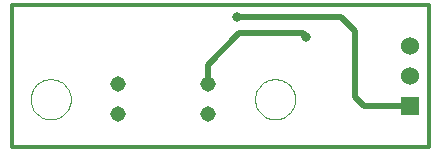
<source format=gbl>
G75*
%MOIN*%
%OFA0B0*%
%FSLAX24Y24*%
%IPPOS*%
%LPD*%
%AMOC8*
5,1,8,0,0,1.08239X$1,22.5*
%
%ADD10C,0.0118*%
%ADD11R,0.0600X0.0600*%
%ADD12C,0.0600*%
%ADD13C,0.0000*%
%ADD14C,0.0515*%
%ADD15C,0.0317*%
%ADD16C,0.0197*%
D10*
X000159Y000159D02*
X014057Y000159D01*
X014057Y004883D01*
X000159Y004883D01*
X000159Y000159D01*
X013391Y001498D02*
X013415Y001521D01*
D11*
X013415Y001521D03*
D12*
X013415Y002521D03*
X013415Y003521D03*
D13*
X008250Y001734D02*
X008252Y001785D01*
X008258Y001836D01*
X008268Y001886D01*
X008281Y001936D01*
X008299Y001984D01*
X008319Y002031D01*
X008344Y002076D01*
X008372Y002119D01*
X008403Y002160D01*
X008437Y002198D01*
X008474Y002233D01*
X008513Y002266D01*
X008555Y002296D01*
X008599Y002322D01*
X008645Y002344D01*
X008693Y002364D01*
X008742Y002379D01*
X008792Y002391D01*
X008842Y002399D01*
X008893Y002403D01*
X008945Y002403D01*
X008996Y002399D01*
X009046Y002391D01*
X009096Y002379D01*
X009145Y002364D01*
X009193Y002344D01*
X009239Y002322D01*
X009283Y002296D01*
X009325Y002266D01*
X009364Y002233D01*
X009401Y002198D01*
X009435Y002160D01*
X009466Y002119D01*
X009494Y002076D01*
X009519Y002031D01*
X009539Y001984D01*
X009557Y001936D01*
X009570Y001886D01*
X009580Y001836D01*
X009586Y001785D01*
X009588Y001734D01*
X009586Y001683D01*
X009580Y001632D01*
X009570Y001582D01*
X009557Y001532D01*
X009539Y001484D01*
X009519Y001437D01*
X009494Y001392D01*
X009466Y001349D01*
X009435Y001308D01*
X009401Y001270D01*
X009364Y001235D01*
X009325Y001202D01*
X009283Y001172D01*
X009239Y001146D01*
X009193Y001124D01*
X009145Y001104D01*
X009096Y001089D01*
X009046Y001077D01*
X008996Y001069D01*
X008945Y001065D01*
X008893Y001065D01*
X008842Y001069D01*
X008792Y001077D01*
X008742Y001089D01*
X008693Y001104D01*
X008645Y001124D01*
X008599Y001146D01*
X008555Y001172D01*
X008513Y001202D01*
X008474Y001235D01*
X008437Y001270D01*
X008403Y001308D01*
X008372Y001349D01*
X008344Y001392D01*
X008319Y001437D01*
X008299Y001484D01*
X008281Y001532D01*
X008268Y001582D01*
X008258Y001632D01*
X008252Y001683D01*
X008250Y001734D01*
X000770Y001734D02*
X000772Y001785D01*
X000778Y001836D01*
X000788Y001886D01*
X000801Y001936D01*
X000819Y001984D01*
X000839Y002031D01*
X000864Y002076D01*
X000892Y002119D01*
X000923Y002160D01*
X000957Y002198D01*
X000994Y002233D01*
X001033Y002266D01*
X001075Y002296D01*
X001119Y002322D01*
X001165Y002344D01*
X001213Y002364D01*
X001262Y002379D01*
X001312Y002391D01*
X001362Y002399D01*
X001413Y002403D01*
X001465Y002403D01*
X001516Y002399D01*
X001566Y002391D01*
X001616Y002379D01*
X001665Y002364D01*
X001713Y002344D01*
X001759Y002322D01*
X001803Y002296D01*
X001845Y002266D01*
X001884Y002233D01*
X001921Y002198D01*
X001955Y002160D01*
X001986Y002119D01*
X002014Y002076D01*
X002039Y002031D01*
X002059Y001984D01*
X002077Y001936D01*
X002090Y001886D01*
X002100Y001836D01*
X002106Y001785D01*
X002108Y001734D01*
X002106Y001683D01*
X002100Y001632D01*
X002090Y001582D01*
X002077Y001532D01*
X002059Y001484D01*
X002039Y001437D01*
X002014Y001392D01*
X001986Y001349D01*
X001955Y001308D01*
X001921Y001270D01*
X001884Y001235D01*
X001845Y001202D01*
X001803Y001172D01*
X001759Y001146D01*
X001713Y001124D01*
X001665Y001104D01*
X001616Y001089D01*
X001566Y001077D01*
X001516Y001069D01*
X001465Y001065D01*
X001413Y001065D01*
X001362Y001069D01*
X001312Y001077D01*
X001262Y001089D01*
X001213Y001104D01*
X001165Y001124D01*
X001119Y001146D01*
X001075Y001172D01*
X001033Y001202D01*
X000994Y001235D01*
X000957Y001270D01*
X000923Y001308D01*
X000892Y001349D01*
X000864Y001392D01*
X000839Y001437D01*
X000819Y001484D01*
X000801Y001532D01*
X000788Y001582D01*
X000778Y001632D01*
X000772Y001683D01*
X000770Y001734D01*
D14*
X003683Y002234D03*
X003683Y001234D03*
X006675Y001234D03*
X006675Y002234D03*
D15*
X009962Y003820D03*
X007639Y004490D03*
D16*
X011104Y004490D01*
X011576Y004017D01*
X011576Y001813D01*
X011891Y001498D01*
X013391Y001498D01*
X009962Y003820D02*
X009844Y003939D01*
X007718Y003939D01*
X006675Y002895D01*
X006675Y002234D01*
M02*

</source>
